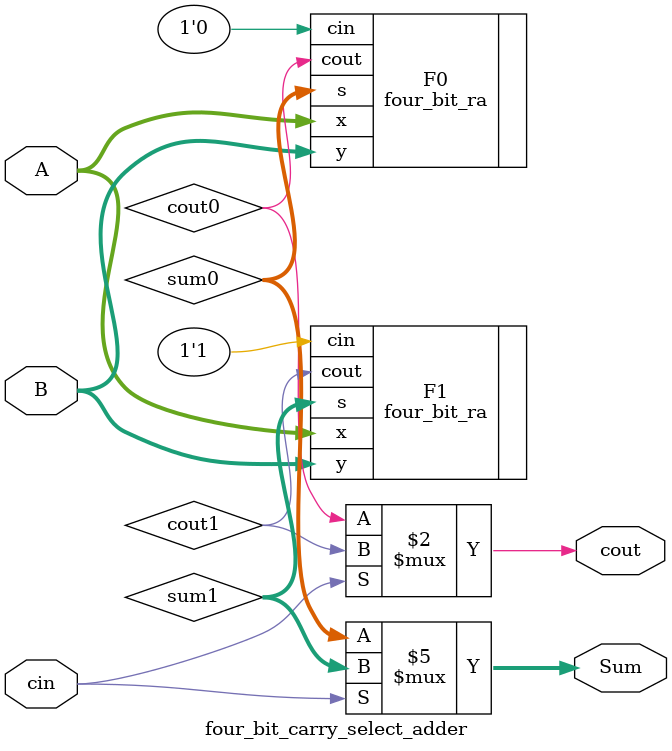
<source format=sv>
 module carry_select_adder
(
    input   logic[15:0]     A,
    input   logic[15:0]     B,
    output  logic[15:0]     Sum,
    output  logic           CO
);

    /* TODO
     *
     * Insert code here to implement a carry select.
     * Your code should be completly combinational (don't use always_ff or always_latch).
     * Feel free to create sub-modules or other files. */
     logic c4, c8, c12;
	  
	  four_bit_ra S0(.x(A[3:0]), .y(B[3:0]), .cin(1'b0), .s(Sum[3:0]), .cout(c4)); //first one has no carry in just using ripple adder
	  four_bit_carry_select_adder S1(.A(A[7:4]), .B(B[7:4]), .cin(c4), .Sum(Sum[7:4]), .cout(c8)); //four bit in a group to adder to carry select adder
	  four_bit_carry_select_adder S2(.A(A[11:8]), .B(B[11:8]), .cin(c8), .Sum(Sum[11:8]), .cout(c12));
	  four_bit_carry_select_adder S3(.A(A[15:12]), .B(B[15:12]), .cin(c12), .Sum(Sum[15:12]), .cout(CO));
	  
	  
endmodule


//sub-level for four bit carry select adder
module four_bit_carry_select_adder(
	input  logic [3:0] A,
	input  logic [3:0] B,
	input  logic cin,
	output logic [3:0] Sum,
	output logic cout
	
);

	logic [3:0] sum0; //sum for carry in is 0
	logic [3:0] sum1; //sum for carry in is 1
	logic cout0; //carry out for carry in is 0
	logic cout1; //carry out for carry in is 1
	
	four_bit_ra F0(.x(A[3:0]), .y(B[3:0]), .cin(1'b0), .s(sum0[3:0]), .cout(cout0));// for cin = 0
	four_bit_ra F1(.x(A[3:0]), .y(B[3:0]), .cin(1'b1), .s(sum1[3:0]), .cout(cout1));// for cin = 1
	
	always_comb
	begin
	
	cout = (cin)? cout1 : cout0; //if carry in is 0 then choose cout0, otherwise choose cout1
	
	if(cin == 1'b1)
		Sum[3:0] = sum1[3:0]; // if carry in is 1 then pick sum1
	else
		Sum[3:0] = sum0[3:0]; // if carry in is 0 then pick sum0
	end


endmodule 


</source>
